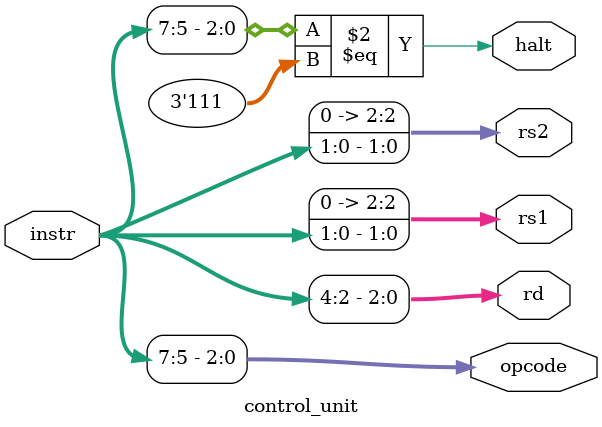
<source format=v>
module control_unit(
    input [7:0] instr,
    output reg [2:0] opcode,
    output reg [2:0] rd,
    output reg [2:0] rs1,
    output reg [2:0] rs2,
    output reg halt
);
    always @(*) begin
        opcode = instr[7:5];
        rd     = instr[4:2];
        rs1    = instr[1:0];
        rs2    = instr[1:0];
        halt   = (opcode == 3'b111);
    end
endmodule

</source>
